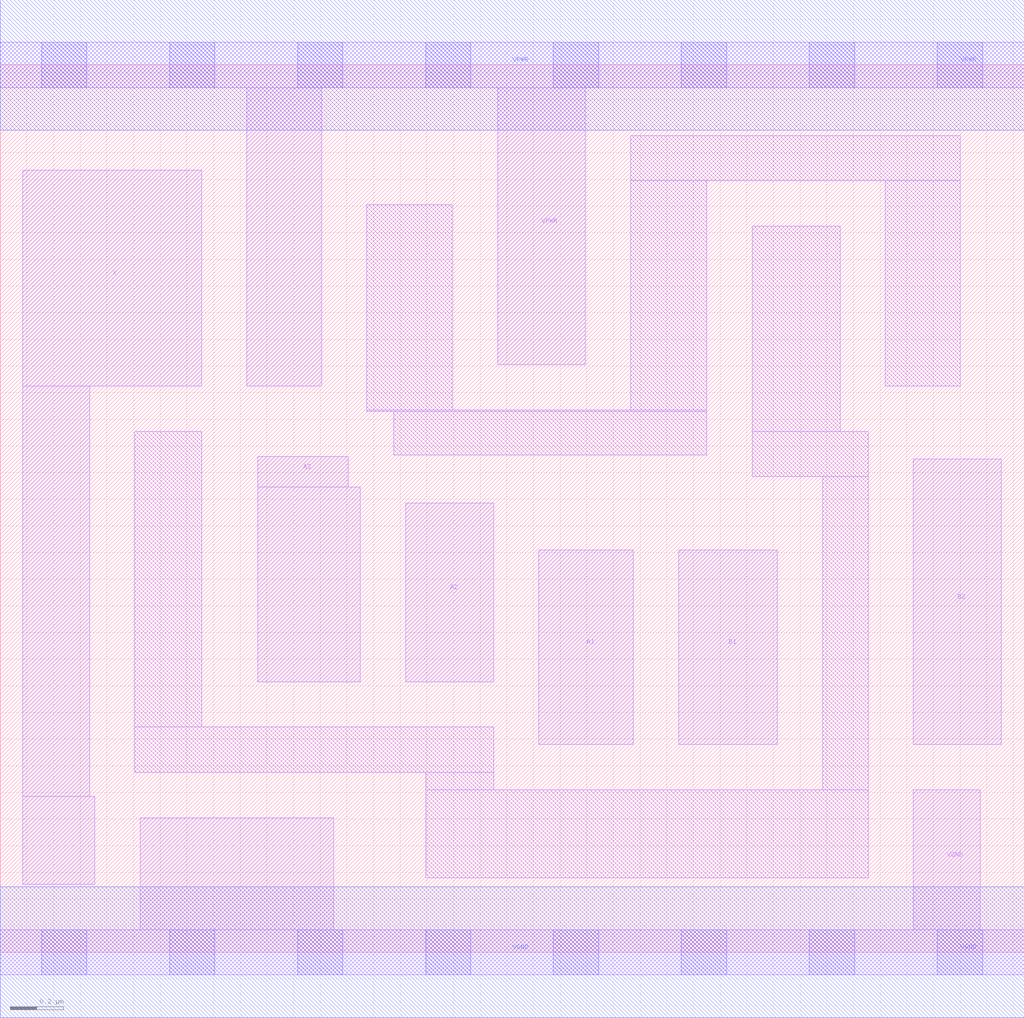
<source format=lef>
# Copyright 2020 The SkyWater PDK Authors
#
# Licensed under the Apache License, Version 2.0 (the "License");
# you may not use this file except in compliance with the License.
# You may obtain a copy of the License at
#
#     https://www.apache.org/licenses/LICENSE-2.0
#
# Unless required by applicable law or agreed to in writing, software
# distributed under the License is distributed on an "AS IS" BASIS,
# WITHOUT WARRANTIES OR CONDITIONS OF ANY KIND, either express or implied.
# See the License for the specific language governing permissions and
# limitations under the License.
#
# SPDX-License-Identifier: Apache-2.0

VERSION 5.7 ;
  NAMESCASESENSITIVE ON ;
  NOWIREEXTENSIONATPIN ON ;
  DIVIDERCHAR "/" ;
  BUSBITCHARS "[]" ;
UNITS
  DATABASE MICRONS 200 ;
END UNITS
MACRO sky130_fd_sc_lp__a32o_0
  CLASS CORE ;
  SOURCE USER ;
  FOREIGN sky130_fd_sc_lp__a32o_0 ;
  ORIGIN  0.000000  0.000000 ;
  SIZE  3.840000 BY  3.330000 ;
  SYMMETRY X Y R90 ;
  SITE unit ;
  PIN A1
    ANTENNAGATEAREA  0.159000 ;
    DIRECTION INPUT ;
    USE SIGNAL ;
    PORT
      LAYER li1 ;
        RECT 2.020000 0.780000 2.375000 1.510000 ;
    END
  END A1
  PIN A2
    ANTENNAGATEAREA  0.159000 ;
    DIRECTION INPUT ;
    USE SIGNAL ;
    PORT
      LAYER li1 ;
        RECT 1.520000 1.015000 1.850000 1.685000 ;
    END
  END A2
  PIN A3
    ANTENNAGATEAREA  0.159000 ;
    DIRECTION INPUT ;
    USE SIGNAL ;
    PORT
      LAYER li1 ;
        RECT 0.965000 1.015000 1.350000 1.745000 ;
        RECT 0.965000 1.745000 1.305000 1.860000 ;
    END
  END A3
  PIN B1
    ANTENNAGATEAREA  0.159000 ;
    DIRECTION INPUT ;
    USE SIGNAL ;
    PORT
      LAYER li1 ;
        RECT 2.545000 0.780000 2.915000 1.510000 ;
    END
  END B1
  PIN B2
    ANTENNAGATEAREA  0.159000 ;
    DIRECTION INPUT ;
    USE SIGNAL ;
    PORT
      LAYER li1 ;
        RECT 3.425000 0.780000 3.755000 1.850000 ;
    END
  END B2
  PIN X
    ANTENNADIFFAREA  0.280900 ;
    DIRECTION OUTPUT ;
    USE SIGNAL ;
    PORT
      LAYER li1 ;
        RECT 0.085000 0.255000 0.355000 0.585000 ;
        RECT 0.085000 0.585000 0.335000 2.125000 ;
        RECT 0.085000 2.125000 0.755000 2.935000 ;
    END
  END X
  PIN VGND
    DIRECTION INOUT ;
    USE GROUND ;
    PORT
      LAYER li1 ;
        RECT 0.000000 -0.085000 3.840000 0.085000 ;
        RECT 0.525000  0.085000 1.250000 0.505000 ;
        RECT 3.425000  0.085000 3.675000 0.610000 ;
      LAYER mcon ;
        RECT 0.155000 -0.085000 0.325000 0.085000 ;
        RECT 0.635000 -0.085000 0.805000 0.085000 ;
        RECT 1.115000 -0.085000 1.285000 0.085000 ;
        RECT 1.595000 -0.085000 1.765000 0.085000 ;
        RECT 2.075000 -0.085000 2.245000 0.085000 ;
        RECT 2.555000 -0.085000 2.725000 0.085000 ;
        RECT 3.035000 -0.085000 3.205000 0.085000 ;
        RECT 3.515000 -0.085000 3.685000 0.085000 ;
      LAYER met1 ;
        RECT 0.000000 -0.245000 3.840000 0.245000 ;
    END
  END VGND
  PIN VPWR
    DIRECTION INOUT ;
    USE POWER ;
    PORT
      LAYER li1 ;
        RECT 0.000000 3.245000 3.840000 3.415000 ;
        RECT 0.925000 2.125000 1.205000 3.245000 ;
        RECT 1.865000 2.205000 2.195000 3.245000 ;
      LAYER mcon ;
        RECT 0.155000 3.245000 0.325000 3.415000 ;
        RECT 0.635000 3.245000 0.805000 3.415000 ;
        RECT 1.115000 3.245000 1.285000 3.415000 ;
        RECT 1.595000 3.245000 1.765000 3.415000 ;
        RECT 2.075000 3.245000 2.245000 3.415000 ;
        RECT 2.555000 3.245000 2.725000 3.415000 ;
        RECT 3.035000 3.245000 3.205000 3.415000 ;
        RECT 3.515000 3.245000 3.685000 3.415000 ;
      LAYER met1 ;
        RECT 0.000000 3.085000 3.840000 3.575000 ;
    END
  END VPWR
  OBS
    LAYER li1 ;
      RECT 0.505000 0.675000 1.850000 0.845000 ;
      RECT 0.505000 0.845000 0.755000 1.955000 ;
      RECT 1.375000 2.030000 2.650000 2.035000 ;
      RECT 1.375000 2.035000 1.695000 2.805000 ;
      RECT 1.475000 1.865000 2.650000 2.030000 ;
      RECT 1.595000 0.280000 3.255000 0.610000 ;
      RECT 1.595000 0.610000 1.850000 0.675000 ;
      RECT 2.365000 2.035000 2.650000 2.895000 ;
      RECT 2.365000 2.895000 3.600000 3.065000 ;
      RECT 2.820000 1.785000 3.255000 1.955000 ;
      RECT 2.820000 1.955000 3.150000 2.725000 ;
      RECT 3.085000 0.610000 3.255000 1.785000 ;
      RECT 3.320000 2.125000 3.600000 2.895000 ;
  END
END sky130_fd_sc_lp__a32o_0

</source>
